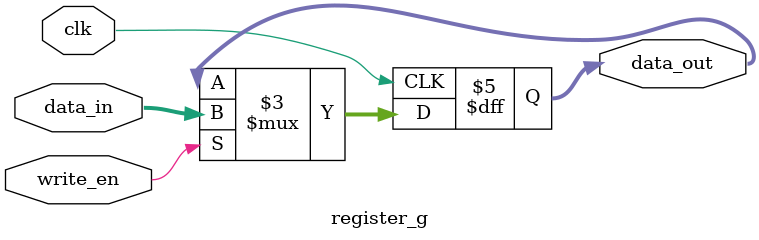
<source format=v>
module register_g (
	input clk,    // Clock
	input write_en, // Write Enable
	input [15:0]data_in, // Data input from C bus
	output reg [15:0]data_out //Data output to the B bus
);

initial begin
 data_out=0;
end

always @ (negedge clk) begin 
	if (write_en) data_out<=data_in;
end 

endmodule
</source>
